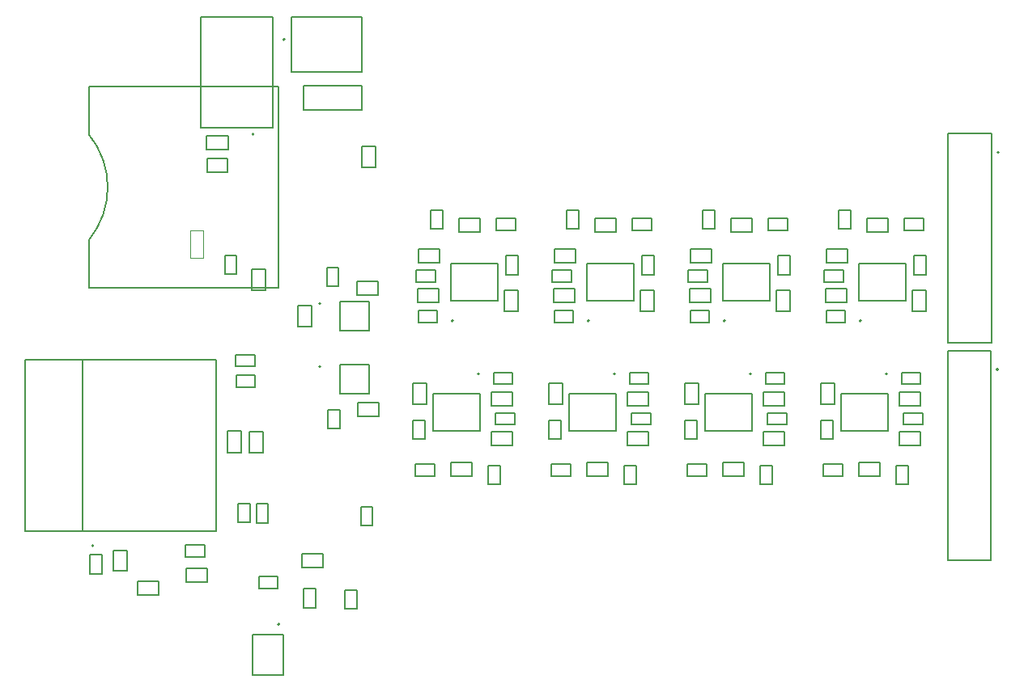
<source format=gbr>
G04*
G04 #@! TF.GenerationSoftware,Altium Limited,Altium Designer,24.0.1 (36)*
G04*
G04 Layer_Color=16711935*
%FSLAX25Y25*%
%MOIN*%
G70*
G04*
G04 #@! TF.SameCoordinates,A2E01C4A-C41F-4235-85C4-DC12FCC8AE1E*
G04*
G04*
G04 #@! TF.FilePolarity,Positive*
G04*
G01*
G75*
%ADD10C,0.00500*%
%ADD11C,0.00787*%
%ADD103C,0.00394*%
D10*
X206205Y391867D02*
G03*
X213866Y413500I-26715J21633D01*
G01*
Y413500D02*
G03*
X206205Y435133I-34376J0D01*
G01*
X206189Y435153D02*
Y455035D01*
Y371965D02*
Y391846D01*
Y371965D02*
X284142D01*
X206189Y455035D02*
X284142D01*
Y371965D02*
Y455035D01*
X355209Y366683D02*
Y382037D01*
X374520Y366683D02*
Y382037D01*
X355209Y366683D02*
X374520D01*
X355209Y382037D02*
X374520D01*
X349610Y357848D02*
Y362769D01*
X341736Y357848D02*
Y362769D01*
Y357848D02*
X349610D01*
X341736Y362769D02*
X349610D01*
X373929Y395718D02*
Y400640D01*
X381803Y395718D02*
Y400640D01*
X373929D02*
X381803D01*
X373929Y395718D02*
X381803D01*
X346933Y396217D02*
X351854D01*
X346933Y404091D02*
X351854D01*
X346933Y396217D02*
Y404091D01*
X351854Y396217D02*
Y404091D01*
X377971Y377528D02*
X382892D01*
X377971Y385402D02*
X382892D01*
X377971Y377528D02*
Y385402D01*
X382892Y377528D02*
Y385402D01*
X340950Y374523D02*
Y379445D01*
X348824Y374523D02*
Y379445D01*
X340950D02*
X348824D01*
X340950Y374523D02*
X348824D01*
X341700Y382241D02*
X350361D01*
X341700Y387911D02*
X350361D01*
Y382241D02*
Y387911D01*
X341700Y382241D02*
Y387911D01*
X341669Y366140D02*
X350330D01*
X341669Y371809D02*
X350330D01*
Y366140D02*
Y371809D01*
X341669Y366140D02*
Y371809D01*
X358548Y400571D02*
X367209D01*
X358548Y394901D02*
X367209D01*
X358548D02*
Y400571D01*
X367209Y394901D02*
Y400571D01*
X382830Y362214D02*
Y370876D01*
X377161Y362214D02*
Y370876D01*
X382830D01*
X377161Y362214D02*
X382830D01*
X523209Y366683D02*
Y382037D01*
X542520Y366683D02*
Y382037D01*
X523209Y366683D02*
X542520D01*
X523209Y382037D02*
X542520D01*
X509736Y362769D02*
X517610D01*
X509736Y357848D02*
X517610D01*
X509736D02*
Y362769D01*
X517610Y357848D02*
Y362769D01*
X541929Y395718D02*
X549803D01*
X541929Y400640D02*
X549803D01*
Y395718D02*
Y400640D01*
X541929Y395718D02*
Y400640D01*
X519854Y396217D02*
Y404091D01*
X514933Y396217D02*
Y404091D01*
X519854D01*
X514933Y396217D02*
X519854D01*
X550892Y377528D02*
Y385402D01*
X545971Y377528D02*
Y385402D01*
X550892D01*
X545971Y377528D02*
X550892D01*
X508950Y374523D02*
X516824D01*
X508950Y379445D02*
X516824D01*
Y374523D02*
Y379445D01*
X508950Y374523D02*
Y379445D01*
X509700Y382241D02*
Y387911D01*
X518361Y382241D02*
Y387911D01*
X509700D02*
X518361D01*
X509700Y382241D02*
X518361D01*
X509669Y366140D02*
Y371809D01*
X518330Y366140D02*
Y371809D01*
X509669D02*
X518330D01*
X509669Y366140D02*
X518330D01*
X535209Y394901D02*
Y400571D01*
X526548Y394901D02*
Y400571D01*
Y394901D02*
X535209D01*
X526548Y400571D02*
X535209D01*
X545160Y362214D02*
X550830D01*
X545160Y370876D02*
X550830D01*
X545160Y362214D02*
Y370876D01*
X550830Y362214D02*
Y370876D01*
X367115Y312999D02*
Y328353D01*
X347804Y312999D02*
Y328353D01*
X367115D01*
X347804Y312999D02*
X367115D01*
X372715Y332267D02*
X380589D01*
X372715Y337188D02*
X380589D01*
Y332267D02*
Y337188D01*
X372715Y332267D02*
Y337188D01*
X340522Y299318D02*
X348396D01*
X340522Y294396D02*
X348396D01*
X340522D02*
Y299318D01*
X348396Y294396D02*
Y299318D01*
X370471Y290945D02*
Y298819D01*
X375392Y290945D02*
Y298819D01*
X370471Y290945D02*
X375392D01*
X370471Y298819D02*
X375392D01*
X339433Y309634D02*
Y317508D01*
X344354Y309634D02*
Y317508D01*
X339433Y309634D02*
X344354D01*
X339433Y317508D02*
X344354D01*
X373501Y320513D02*
X381375D01*
X373501Y315591D02*
X381375D01*
X373501D02*
Y320513D01*
X381375Y315591D02*
Y320513D01*
X380625Y307125D02*
Y312794D01*
X371964Y307125D02*
Y312794D01*
Y307125D02*
X380625D01*
X371964Y312794D02*
X380625D01*
X380656Y323227D02*
Y328896D01*
X371994Y323227D02*
Y328896D01*
Y323227D02*
X380656D01*
X371994Y328896D02*
X380656D01*
X355116Y294465D02*
Y300135D01*
X363777Y294465D02*
Y300135D01*
X355116D02*
X363777D01*
X355116Y294465D02*
X363777D01*
X339495Y332822D02*
X345164D01*
X339495Y324160D02*
X345164D01*
Y332822D01*
X339495Y324160D02*
Y332822D01*
X292217Y364793D02*
X297886D01*
X292217Y356132D02*
X297886D01*
Y364793D01*
X292217Y356132D02*
Y364793D01*
X273165Y379831D02*
X278835D01*
X273165Y371169D02*
X278835D01*
Y379831D01*
X273165Y371169D02*
Y379831D01*
X289354Y461114D02*
X318488D01*
Y483752D01*
X289354D02*
X318488D01*
X289354Y461114D02*
Y483752D01*
X308961Y372563D02*
Y380437D01*
X304039Y372563D02*
Y380437D01*
X308961D01*
X304039Y372563D02*
X308961D01*
X304539Y313937D02*
Y321811D01*
X309461Y313937D02*
Y321811D01*
X304539Y313937D02*
X309461D01*
X304539Y321811D02*
X309461D01*
X309496Y340504D02*
X321504D01*
X309496Y328496D02*
X321504D01*
X309496D02*
Y340504D01*
X321504Y328496D02*
Y340504D01*
X234855Y245458D02*
Y251127D01*
X226194Y245458D02*
Y251127D01*
Y245458D02*
X234855D01*
X226194Y251127D02*
X234855D01*
X245937Y261039D02*
X253811D01*
X245937Y265961D02*
X253811D01*
Y261039D02*
Y265961D01*
X245937Y261039D02*
Y265961D01*
X179807Y271618D02*
X203429D01*
X258547D01*
Y342484D01*
X203429D02*
X258547D01*
X179807D02*
X203429D01*
X179807Y271618D02*
Y342484D01*
X203429Y271618D02*
Y342484D01*
X254472Y429165D02*
Y434835D01*
X263528Y429165D02*
Y434835D01*
X254472D02*
X263528D01*
X254472Y429165D02*
X263528D01*
X254787Y425256D02*
X263213D01*
X254787Y419744D02*
X263213D01*
X254787D02*
Y425256D01*
X263213Y419744D02*
Y425256D01*
X252236Y438165D02*
Y483835D01*
X281764D01*
Y438165D02*
Y483835D01*
X252236Y438165D02*
X281764D01*
X294492Y445500D02*
X318508D01*
Y455500D01*
X294492D02*
X318508D01*
X294492Y445500D02*
Y455500D01*
X216244Y255311D02*
Y263736D01*
X221756Y255311D02*
Y263736D01*
X216244Y255311D02*
X221756D01*
X216244Y263736D02*
X221756D01*
X272165Y304169D02*
X277835D01*
X272165Y312831D02*
X277835D01*
X272165Y304169D02*
Y312831D01*
X277835Y304169D02*
Y312831D01*
X411209Y382037D02*
X430520D01*
X411209Y366683D02*
X430520D01*
Y382037D01*
X411209Y366683D02*
Y382037D01*
X433971Y377528D02*
X438892D01*
X433971Y385402D02*
X438892D01*
X433971Y377528D02*
Y385402D01*
X438892Y377528D02*
Y385402D01*
X405610Y357848D02*
Y362769D01*
X397736Y357848D02*
Y362769D01*
Y357848D02*
X405610D01*
X397736Y362769D02*
X405610D01*
X402933Y396217D02*
X407854D01*
X402933Y404091D02*
X407854D01*
X402933Y396217D02*
Y404091D01*
X407854Y396217D02*
Y404091D01*
X397700Y382241D02*
X406361D01*
X397700Y387911D02*
X406361D01*
Y382241D02*
Y387911D01*
X397700Y382241D02*
Y387911D01*
X438830Y362214D02*
Y370876D01*
X433160Y362214D02*
Y370876D01*
X438830D01*
X433160Y362214D02*
X438830D01*
X396950Y374523D02*
Y379445D01*
X404824Y374523D02*
Y379445D01*
X396950D02*
X404824D01*
X396950Y374523D02*
X404824D01*
X397669Y366140D02*
X406330D01*
X397669Y371809D02*
X406330D01*
Y366140D02*
Y371809D01*
X397669Y366140D02*
Y371809D01*
X429929Y395718D02*
Y400640D01*
X437803Y395718D02*
Y400640D01*
X429929D02*
X437803D01*
X429929Y395718D02*
X437803D01*
X414548Y400571D02*
X423209D01*
X414548Y394901D02*
X423209D01*
X414548D02*
Y400571D01*
X423209Y394901D02*
Y400571D01*
X467209Y382037D02*
X486520D01*
X467209Y366683D02*
X486520D01*
Y382037D01*
X467209Y366683D02*
Y382037D01*
X489971Y377528D02*
X494892D01*
X489971Y385402D02*
X494892D01*
X489971Y377528D02*
Y385402D01*
X494892Y377528D02*
Y385402D01*
X461610Y357848D02*
Y362769D01*
X453736Y357848D02*
Y362769D01*
Y357848D02*
X461610D01*
X453736Y362769D02*
X461610D01*
X458933Y396217D02*
X463854D01*
X458933Y404091D02*
X463854D01*
X458933Y396217D02*
Y404091D01*
X463854Y396217D02*
Y404091D01*
X453700Y382241D02*
X462361D01*
X453700Y387911D02*
X462361D01*
Y382241D02*
Y387911D01*
X453700Y382241D02*
Y387911D01*
X494830Y362214D02*
Y370876D01*
X489160Y362214D02*
Y370876D01*
X494830D01*
X489160Y362214D02*
X494830D01*
X452950Y374523D02*
Y379445D01*
X460824Y374523D02*
Y379445D01*
X452950D02*
X460824D01*
X452950Y374523D02*
X460824D01*
X453669Y366140D02*
X462330D01*
X453669Y371809D02*
X462330D01*
Y366140D02*
Y371809D01*
X453669Y366140D02*
Y371809D01*
X485929Y395718D02*
Y400640D01*
X493803Y395718D02*
Y400640D01*
X485929D02*
X493803D01*
X485929Y395718D02*
X493803D01*
X470548Y400571D02*
X479209D01*
X470548Y394901D02*
X479209D01*
X470548D02*
Y400571D01*
X479209Y394901D02*
Y400571D01*
X515804Y312999D02*
X535115D01*
X515804Y328353D02*
X535115D01*
X515804Y312999D02*
Y328353D01*
X535115Y312999D02*
Y328353D01*
X507433Y317508D02*
X512354D01*
X507433Y309634D02*
X512354D01*
Y317508D01*
X507433Y309634D02*
Y317508D01*
X540715Y332267D02*
Y337188D01*
X548589Y332267D02*
Y337188D01*
X540715D02*
X548589D01*
X540715Y332267D02*
X548589D01*
X538471Y298819D02*
X543392D01*
X538471Y290945D02*
X543392D01*
Y298819D01*
X538471Y290945D02*
Y298819D01*
X539964Y312794D02*
X548625D01*
X539964Y307125D02*
X548625D01*
X539964D02*
Y312794D01*
X548625Y307125D02*
Y312794D01*
X507495Y324160D02*
Y332822D01*
X513164Y324160D02*
Y332822D01*
X507495Y324160D02*
X513164D01*
X507495Y332822D02*
X513164D01*
X549375Y315591D02*
Y320513D01*
X541501Y315591D02*
Y320513D01*
Y315591D02*
X549375D01*
X541501Y320513D02*
X549375D01*
X539994Y328896D02*
X548656D01*
X539994Y323227D02*
X548656D01*
X539994D02*
Y328896D01*
X548656Y323227D02*
Y328896D01*
X516396Y294396D02*
Y299318D01*
X508522Y294396D02*
Y299318D01*
Y294396D02*
X516396D01*
X508522Y299318D02*
X516396D01*
X523116Y294465D02*
X531777D01*
X523116Y300135D02*
X531777D01*
Y294465D02*
Y300135D01*
X523116Y294465D02*
Y300135D01*
X459804Y312999D02*
X479115D01*
X459804Y328353D02*
X479115D01*
X459804Y312999D02*
Y328353D01*
X479115Y312999D02*
Y328353D01*
X451433Y317508D02*
X456354D01*
X451433Y309634D02*
X456354D01*
Y317508D01*
X451433Y309634D02*
Y317508D01*
X484715Y332267D02*
Y337188D01*
X492589Y332267D02*
Y337188D01*
X484715D02*
X492589D01*
X484715Y332267D02*
X492589D01*
X482471Y298819D02*
X487392D01*
X482471Y290945D02*
X487392D01*
Y298819D01*
X482471Y290945D02*
Y298819D01*
X483964Y312794D02*
X492625D01*
X483964Y307125D02*
X492625D01*
X483964D02*
Y312794D01*
X492625Y307125D02*
Y312794D01*
X451495Y324160D02*
Y332822D01*
X457164Y324160D02*
Y332822D01*
X451495Y324160D02*
X457164D01*
X451495Y332822D02*
X457164D01*
X493375Y315591D02*
Y320513D01*
X485501Y315591D02*
Y320513D01*
Y315591D02*
X493375D01*
X485501Y320513D02*
X493375D01*
X483994Y328896D02*
X492656D01*
X483994Y323227D02*
X492656D01*
X483994D02*
Y328896D01*
X492656Y323227D02*
Y328896D01*
X460396Y294396D02*
Y299318D01*
X452522Y294396D02*
Y299318D01*
Y294396D02*
X460396D01*
X452522Y299318D02*
X460396D01*
X467116Y294465D02*
X475777D01*
X467116Y300135D02*
X475777D01*
Y294465D02*
Y300135D01*
X467116Y294465D02*
Y300135D01*
X403804Y312999D02*
X423115D01*
X403804Y328353D02*
X423115D01*
X403804Y312999D02*
Y328353D01*
X423115Y312999D02*
Y328353D01*
X395433Y317508D02*
X400354D01*
X395433Y309634D02*
X400354D01*
Y317508D01*
X395433Y309634D02*
Y317508D01*
X428715Y332267D02*
Y337188D01*
X436589Y332267D02*
Y337188D01*
X428715D02*
X436589D01*
X428715Y332267D02*
X436589D01*
X426471Y298819D02*
X431392D01*
X426471Y290945D02*
X431392D01*
Y298819D01*
X426471Y290945D02*
Y298819D01*
X427964Y312794D02*
X436625D01*
X427964Y307125D02*
X436625D01*
X427964D02*
Y312794D01*
X436625Y307125D02*
Y312794D01*
X395495Y324160D02*
Y332822D01*
X401164Y324160D02*
Y332822D01*
X395495Y324160D02*
X401164D01*
X395495Y332822D02*
X401164D01*
X437375Y315591D02*
Y320513D01*
X429501Y315591D02*
Y320513D01*
Y315591D02*
X437375D01*
X429501Y320513D02*
X437375D01*
X427994Y328896D02*
X436656D01*
X427994Y323227D02*
X436656D01*
X427994D02*
Y328896D01*
X436656Y323227D02*
Y328896D01*
X404396Y294396D02*
Y299318D01*
X396522Y294396D02*
Y299318D01*
Y294396D02*
X404396D01*
X396522Y299318D02*
X404396D01*
X411116Y294465D02*
X419777D01*
X411116Y300135D02*
X419777D01*
Y294465D02*
Y300135D01*
X411116Y294465D02*
Y300135D01*
X559713Y259837D02*
X577430D01*
Y346058D01*
X559713D02*
X577430D01*
X559713Y259837D02*
Y346058D01*
X560003Y349366D02*
X577719D01*
Y435586D01*
X560003D02*
X577719D01*
X560003Y349366D02*
Y435586D01*
X318665Y430331D02*
X324335D01*
X318665Y421669D02*
X324335D01*
Y430331D01*
X318665Y421669D02*
Y430331D01*
X325366Y319165D02*
Y324835D01*
X316705Y319165D02*
Y324835D01*
Y319165D02*
X325366D01*
X316705Y324835D02*
X325366D01*
X321504Y354496D02*
Y366504D01*
X309496Y354496D02*
Y366504D01*
Y354496D02*
X321504D01*
X309496Y366504D02*
X321504D01*
X266681Y335929D02*
X274555D01*
X266681Y331008D02*
X274555D01*
X266681D02*
Y335929D01*
X274555Y331008D02*
Y335929D01*
X266629Y344524D02*
X274503D01*
X266629Y339603D02*
X274503D01*
X266629D02*
Y344524D01*
X274503Y339603D02*
Y344524D01*
X318039Y273937D02*
Y281811D01*
X322961Y273937D02*
Y281811D01*
X318039Y273937D02*
X322961D01*
X318039Y281811D02*
X322961D01*
X302366Y256665D02*
Y262335D01*
X293705Y256665D02*
Y262335D01*
Y256665D02*
X302366D01*
X293705Y262335D02*
X302366D01*
X279961Y275063D02*
Y282937D01*
X275039Y275063D02*
Y282937D01*
X279961D01*
X275039Y275063D02*
X279961D01*
X267474Y275215D02*
Y283089D01*
X272395Y275215D02*
Y283089D01*
X267474Y275215D02*
X272395D01*
X267474Y283089D02*
X272395D01*
X263165Y304055D02*
X268835D01*
X263165Y313110D02*
X268835D01*
X263165Y304055D02*
Y313110D01*
X268835Y304055D02*
Y313110D01*
X325331Y369165D02*
Y374835D01*
X316669Y369165D02*
Y374835D01*
Y369165D02*
X325331D01*
X316669Y374835D02*
X325331D01*
X266961Y377563D02*
Y385437D01*
X262039Y377563D02*
Y385437D01*
X266961D01*
X262039Y377563D02*
X266961D01*
X299461Y240063D02*
Y247937D01*
X294539Y240063D02*
Y247937D01*
X299461D01*
X294539Y240063D02*
X299461D01*
X316461Y239563D02*
Y247437D01*
X311539Y239563D02*
Y247437D01*
X316461D01*
X311539Y239563D02*
X316461D01*
X276063Y248039D02*
X283937D01*
X276063Y252961D02*
X283937D01*
Y248039D02*
Y252961D01*
X276063Y248039D02*
Y252961D01*
X246134Y256335D02*
X254795D01*
X246134Y250665D02*
X254795D01*
X246134D02*
Y256335D01*
X254795Y250665D02*
Y256335D01*
X286088Y212418D02*
Y228953D01*
X273489Y212418D02*
X286088D01*
X273489D02*
Y228953D01*
X286088D01*
X206539Y254063D02*
X211461D01*
X206539Y261937D02*
X211461D01*
X206539Y254063D02*
Y261937D01*
X211461Y254063D02*
Y261937D01*
D11*
X356184Y358454D02*
G03*
X356184Y358454I-394J0D01*
G01*
X524184D02*
G03*
X524184Y358454I-394J0D01*
G01*
X366929Y336582D02*
G03*
X366929Y336582I-394J0D01*
G01*
X286835Y474500D02*
G03*
X286835Y474500I-394J0D01*
G01*
X301642Y339539D02*
G03*
X301642Y339539I-394J0D01*
G01*
X208154Y265713D02*
G03*
X208154Y265713I-394J0D01*
G01*
X274087Y435409D02*
G03*
X274087Y435409I-394J0D01*
G01*
X412184Y358454D02*
G03*
X412184Y358454I-394J0D01*
G01*
X468184D02*
G03*
X468184Y358454I-394J0D01*
G01*
X534929Y336582D02*
G03*
X534929Y336582I-394J0D01*
G01*
X478929D02*
G03*
X478929Y336582I-394J0D01*
G01*
X422928D02*
G03*
X422928Y336582I-394J0D01*
G01*
X580579Y338381D02*
G03*
X580579Y338381I-394J0D01*
G01*
X580869Y427909D02*
G03*
X580869Y427909I-394J0D01*
G01*
X301642Y365539D02*
G03*
X301642Y365539I-394J0D01*
G01*
X284631Y233354D02*
G03*
X284631Y233354I-394J0D01*
G01*
D103*
X247941Y384291D02*
Y395709D01*
X253059D01*
X247941Y384291D02*
X253059D01*
Y395709D01*
M02*

</source>
